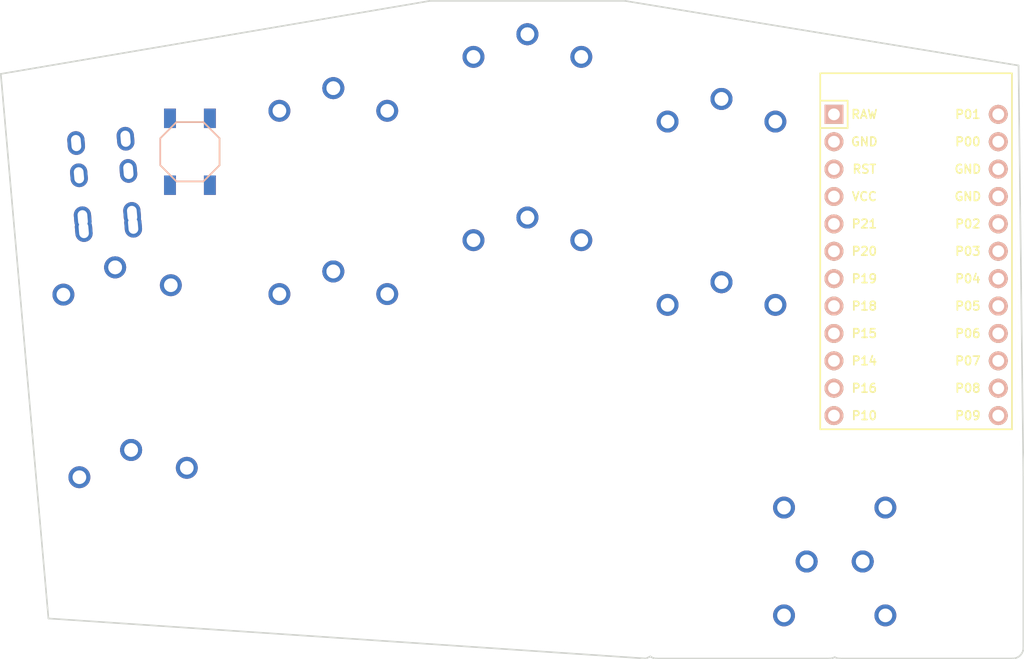
<source format=kicad_pcb>

            
(kicad_pcb (version 20171130) (host pcbnew 5.1.6)

  (page A3)
  (title_block
    (title KEYBOARD_NAME_HERE)
    (rev VERSION_HERE)
    (company YOUR_NAME_HERE)
  )

  (general
    (thickness 1.6)
  )

  (layers
    (0 F.Cu signal)
    (31 B.Cu signal)
    (32 B.Adhes user)
    (33 F.Adhes user)
    (34 B.Paste user)
    (35 F.Paste user)
    (36 B.SilkS user)
    (37 F.SilkS user)
    (38 B.Mask user)
    (39 F.Mask user)
    (40 Dwgs.User user)
    (41 Cmts.User user)
    (42 Eco1.User user)
    (43 Eco2.User user)
    (44 Edge.Cuts user)
    (45 Margin user)
    (46 B.CrtYd user)
    (47 F.CrtYd user)
    (48 B.Fab user)
    (49 F.Fab user)
  )

  (setup
    (last_trace_width 0.25)
    (trace_clearance 0.2)
    (zone_clearance 0.508)
    (zone_45_only no)
    (trace_min 0.2)
    (via_size 0.8)
    (via_drill 0.4)
    (via_min_size 0.4)
    (via_min_drill 0.3)
    (uvia_size 0.3)
    (uvia_drill 0.1)
    (uvias_allowed no)
    (uvia_min_size 0.2)
    (uvia_min_drill 0.1)
    (edge_width 0.05)
    (segment_width 0.2)
    (pcb_text_width 0.3)
    (pcb_text_size 1.5 1.5)
    (mod_edge_width 0.12)
    (mod_text_size 1 1)
    (mod_text_width 0.15)
    (pad_size 1.524 1.524)
    (pad_drill 0.762)
    (pad_to_mask_clearance 0.05)
    (aux_axis_origin 0 0)
    (visible_elements FFFFFF7F)
    (pcbplotparams
      (layerselection 0x010fc_ffffffff)
      (usegerberextensions false)
      (usegerberattributes true)
      (usegerberadvancedattributes true)
      (creategerberjobfile true)
      (excludeedgelayer true)
      (linewidth 0.100000)
      (plotframeref false)
      (viasonmask false)
      (mode 1)
      (useauxorigin false)
      (hpglpennumber 1)
      (hpglpenspeed 20)
      (hpglpendiameter 15.000000)
      (psnegative false)
      (psa4output false)
      (plotreference true)
      (plotvalue true)
      (plotinvisibletext false)
      (padsonsilk false)
      (subtractmaskfromsilk false)
      (outputformat 1)
      (mirror false)
      (drillshape 1)
      (scaleselection 1)
      (outputdirectory ""))
  )

            (net 0 "")
(net 1 "P1")
(net 2 "GND")
(net 3 "P2")
(net 4 "P3")
(net 5 "P4")
(net 6 "P5")
(net 7 "P6")
(net 8 "P7")
(net 9 "P8")
(net 10 "P10")
(net 11 "P9")
(net 12 "RAW")
(net 13 "RST")
(net 14 "VCC")
(net 15 "P21")
(net 16 "P20")
(net 17 "P19")
(net 18 "P18")
(net 19 "P15")
(net 20 "P14")
(net 21 "P16")
(net 22 "P0")
            
  (net_class Default "This is the default net class."
    (clearance 0.2)
    (trace_width 0.25)
    (via_dia 0.8)
    (via_drill 0.4)
    (uvia_dia 0.3)
    (uvia_drill 0.1)
    (add_net "")
(add_net "P1")
(add_net "GND")
(add_net "P2")
(add_net "P3")
(add_net "P4")
(add_net "P5")
(add_net "P6")
(add_net "P7")
(add_net "P8")
(add_net "P10")
(add_net "P9")
(add_net "RAW")
(add_net "RST")
(add_net "VCC")
(add_net "P21")
(add_net "P20")
(add_net "P19")
(add_net "P18")
(add_net "P15")
(add_net "P14")
(add_net "P16")
(add_net "P0")
  )

            
        
      (module PG1350 (layer F.Cu) (tedit 5DD50112)
      (at 17.9315046 -1.5688034 5)

      
      (fp_text reference "S1" (at 0 0) (layer F.SilkS) hide (effects (font (size 1.27 1.27) (thickness 0.15))))
      (fp_text value "" (at 0 0) (layer F.SilkS) hide (effects (font (size 1.27 1.27) (thickness 0.15))))

      
      (fp_line (start -7 -6) (end -7 -7) (layer Dwgs.User) (width 0.15))
      (fp_line (start -7 7) (end -6 7) (layer Dwgs.User) (width 0.15))
      (fp_line (start -6 -7) (end -7 -7) (layer Dwgs.User) (width 0.15))
      (fp_line (start -7 7) (end -7 6) (layer Dwgs.User) (width 0.15))
      (fp_line (start 7 6) (end 7 7) (layer Dwgs.User) (width 0.15))
      (fp_line (start 7 -7) (end 6 -7) (layer Dwgs.User) (width 0.15))
      (fp_line (start 6 7) (end 7 7) (layer Dwgs.User) (width 0.15))
      (fp_line (start 7 -7) (end 7 -6) (layer Dwgs.User) (width 0.15))      
      
      
      (pad "" np_thru_hole circle (at 0 0) (size 3.429 3.429) (drill 3.429) (layers *.Cu *.Mask))
        
      
      (pad "" np_thru_hole circle (at 5.5 0) (size 1.7018 1.7018) (drill 1.7018) (layers *.Cu *.Mask))
      (pad "" np_thru_hole circle (at -5.5 0) (size 1.7018 1.7018) (drill 1.7018) (layers *.Cu *.Mask))
      
        
      
      (fp_line (start -9 -8.5) (end 9 -8.5) (layer Dwgs.User) (width 0.15))
      (fp_line (start 9 -8.5) (end 9 8.5) (layer Dwgs.User) (width 0.15))
      (fp_line (start 9 8.5) (end -9 8.5) (layer Dwgs.User) (width 0.15))
      (fp_line (start -9 8.5) (end -9 -8.5) (layer Dwgs.User) (width 0.15))
      
        
            
            (pad 1 thru_hole circle (at 5 -3.8) (size 2.032 2.032) (drill 1.27) (layers *.Cu *.Mask) (net 1 "P1"))
            (pad 2 thru_hole circle (at 0 -5.9) (size 2.032 2.032) (drill 1.27) (layers *.Cu *.Mask) (net 2 "GND"))
          
        
            
            (pad 1 thru_hole circle (at -5 -3.8) (size 2.032 2.032) (drill 1.27) (layers *.Cu *.Mask) (net 1 "P1"))
            (pad 2 thru_hole circle (at -0 -5.9) (size 2.032 2.032) (drill 1.27) (layers *.Cu *.Mask) (net 2 "GND"))
          )
        

        
      (module PG1350 (layer F.Cu) (tedit 5DD50112)
      (at 16.4498569 -18.5041132 5)

      
      (fp_text reference "S2" (at 0 0) (layer F.SilkS) hide (effects (font (size 1.27 1.27) (thickness 0.15))))
      (fp_text value "" (at 0 0) (layer F.SilkS) hide (effects (font (size 1.27 1.27) (thickness 0.15))))

      
      (fp_line (start -7 -6) (end -7 -7) (layer Dwgs.User) (width 0.15))
      (fp_line (start -7 7) (end -6 7) (layer Dwgs.User) (width 0.15))
      (fp_line (start -6 -7) (end -7 -7) (layer Dwgs.User) (width 0.15))
      (fp_line (start -7 7) (end -7 6) (layer Dwgs.User) (width 0.15))
      (fp_line (start 7 6) (end 7 7) (layer Dwgs.User) (width 0.15))
      (fp_line (start 7 -7) (end 6 -7) (layer Dwgs.User) (width 0.15))
      (fp_line (start 6 7) (end 7 7) (layer Dwgs.User) (width 0.15))
      (fp_line (start 7 -7) (end 7 -6) (layer Dwgs.User) (width 0.15))      
      
      
      (pad "" np_thru_hole circle (at 0 0) (size 3.429 3.429) (drill 3.429) (layers *.Cu *.Mask))
        
      
      (pad "" np_thru_hole circle (at 5.5 0) (size 1.7018 1.7018) (drill 1.7018) (layers *.Cu *.Mask))
      (pad "" np_thru_hole circle (at -5.5 0) (size 1.7018 1.7018) (drill 1.7018) (layers *.Cu *.Mask))
      
        
      
      (fp_line (start -9 -8.5) (end 9 -8.5) (layer Dwgs.User) (width 0.15))
      (fp_line (start 9 -8.5) (end 9 8.5) (layer Dwgs.User) (width 0.15))
      (fp_line (start 9 8.5) (end -9 8.5) (layer Dwgs.User) (width 0.15))
      (fp_line (start -9 8.5) (end -9 -8.5) (layer Dwgs.User) (width 0.15))
      
        
            
            (pad 1 thru_hole circle (at 5 -3.8) (size 2.032 2.032) (drill 1.27) (layers *.Cu *.Mask) (net 3 "P2"))
            (pad 2 thru_hole circle (at 0 -5.9) (size 2.032 2.032) (drill 1.27) (layers *.Cu *.Mask) (net 2 "GND"))
          
        
            
            (pad 1 thru_hole circle (at -5 -3.8) (size 2.032 2.032) (drill 1.27) (layers *.Cu *.Mask) (net 3 "P2"))
            (pad 2 thru_hole circle (at -0 -5.9) (size 2.032 2.032) (drill 1.27) (layers *.Cu *.Mask) (net 2 "GND"))
          )
        

        
      (module PG1350 (layer F.Cu) (tedit 5DD50112)
      (at 36.1701399 -18.1031537 0)

      
      (fp_text reference "S3" (at 0 0) (layer F.SilkS) hide (effects (font (size 1.27 1.27) (thickness 0.15))))
      (fp_text value "" (at 0 0) (layer F.SilkS) hide (effects (font (size 1.27 1.27) (thickness 0.15))))

      
      (fp_line (start -7 -6) (end -7 -7) (layer Dwgs.User) (width 0.15))
      (fp_line (start -7 7) (end -6 7) (layer Dwgs.User) (width 0.15))
      (fp_line (start -6 -7) (end -7 -7) (layer Dwgs.User) (width 0.15))
      (fp_line (start -7 7) (end -7 6) (layer Dwgs.User) (width 0.15))
      (fp_line (start 7 6) (end 7 7) (layer Dwgs.User) (width 0.15))
      (fp_line (start 7 -7) (end 6 -7) (layer Dwgs.User) (width 0.15))
      (fp_line (start 6 7) (end 7 7) (layer Dwgs.User) (width 0.15))
      (fp_line (start 7 -7) (end 7 -6) (layer Dwgs.User) (width 0.15))      
      
      
      (pad "" np_thru_hole circle (at 0 0) (size 3.429 3.429) (drill 3.429) (layers *.Cu *.Mask))
        
      
      (pad "" np_thru_hole circle (at 5.5 0) (size 1.7018 1.7018) (drill 1.7018) (layers *.Cu *.Mask))
      (pad "" np_thru_hole circle (at -5.5 0) (size 1.7018 1.7018) (drill 1.7018) (layers *.Cu *.Mask))
      
        
      
      (fp_line (start -9 -8.5) (end 9 -8.5) (layer Dwgs.User) (width 0.15))
      (fp_line (start 9 -8.5) (end 9 8.5) (layer Dwgs.User) (width 0.15))
      (fp_line (start 9 8.5) (end -9 8.5) (layer Dwgs.User) (width 0.15))
      (fp_line (start -9 8.5) (end -9 -8.5) (layer Dwgs.User) (width 0.15))
      
        
            
            (pad 1 thru_hole circle (at 5 -3.8) (size 2.032 2.032) (drill 1.27) (layers *.Cu *.Mask) (net 4 "P3"))
            (pad 2 thru_hole circle (at 0 -5.9) (size 2.032 2.032) (drill 1.27) (layers *.Cu *.Mask) (net 2 "GND"))
          
        
            
            (pad 1 thru_hole circle (at -5 -3.8) (size 2.032 2.032) (drill 1.27) (layers *.Cu *.Mask) (net 4 "P3"))
            (pad 2 thru_hole circle (at -0 -5.9) (size 2.032 2.032) (drill 1.27) (layers *.Cu *.Mask) (net 2 "GND"))
          )
        

        
      (module PG1350 (layer F.Cu) (tedit 5DD50112)
      (at 36.17014 -35.1031538 0)

      
      (fp_text reference "S4" (at 0 0) (layer F.SilkS) hide (effects (font (size 1.27 1.27) (thickness 0.15))))
      (fp_text value "" (at 0 0) (layer F.SilkS) hide (effects (font (size 1.27 1.27) (thickness 0.15))))

      
      (fp_line (start -7 -6) (end -7 -7) (layer Dwgs.User) (width 0.15))
      (fp_line (start -7 7) (end -6 7) (layer Dwgs.User) (width 0.15))
      (fp_line (start -6 -7) (end -7 -7) (layer Dwgs.User) (width 0.15))
      (fp_line (start -7 7) (end -7 6) (layer Dwgs.User) (width 0.15))
      (fp_line (start 7 6) (end 7 7) (layer Dwgs.User) (width 0.15))
      (fp_line (start 7 -7) (end 6 -7) (layer Dwgs.User) (width 0.15))
      (fp_line (start 6 7) (end 7 7) (layer Dwgs.User) (width 0.15))
      (fp_line (start 7 -7) (end 7 -6) (layer Dwgs.User) (width 0.15))      
      
      
      (pad "" np_thru_hole circle (at 0 0) (size 3.429 3.429) (drill 3.429) (layers *.Cu *.Mask))
        
      
      (pad "" np_thru_hole circle (at 5.5 0) (size 1.7018 1.7018) (drill 1.7018) (layers *.Cu *.Mask))
      (pad "" np_thru_hole circle (at -5.5 0) (size 1.7018 1.7018) (drill 1.7018) (layers *.Cu *.Mask))
      
        
      
      (fp_line (start -9 -8.5) (end 9 -8.5) (layer Dwgs.User) (width 0.15))
      (fp_line (start 9 -8.5) (end 9 8.5) (layer Dwgs.User) (width 0.15))
      (fp_line (start 9 8.5) (end -9 8.5) (layer Dwgs.User) (width 0.15))
      (fp_line (start -9 8.5) (end -9 -8.5) (layer Dwgs.User) (width 0.15))
      
        
            
            (pad 1 thru_hole circle (at 5 -3.8) (size 2.032 2.032) (drill 1.27) (layers *.Cu *.Mask) (net 5 "P4"))
            (pad 2 thru_hole circle (at 0 -5.9) (size 2.032 2.032) (drill 1.27) (layers *.Cu *.Mask) (net 2 "GND"))
          
        
            
            (pad 1 thru_hole circle (at -5 -3.8) (size 2.032 2.032) (drill 1.27) (layers *.Cu *.Mask) (net 5 "P4"))
            (pad 2 thru_hole circle (at -0 -5.9) (size 2.032 2.032) (drill 1.27) (layers *.Cu *.Mask) (net 2 "GND"))
          )
        

        
      (module PG1350 (layer F.Cu) (tedit 5DD50112)
      (at 54.17014 -23.1031538 0)

      
      (fp_text reference "S5" (at 0 0) (layer F.SilkS) hide (effects (font (size 1.27 1.27) (thickness 0.15))))
      (fp_text value "" (at 0 0) (layer F.SilkS) hide (effects (font (size 1.27 1.27) (thickness 0.15))))

      
      (fp_line (start -7 -6) (end -7 -7) (layer Dwgs.User) (width 0.15))
      (fp_line (start -7 7) (end -6 7) (layer Dwgs.User) (width 0.15))
      (fp_line (start -6 -7) (end -7 -7) (layer Dwgs.User) (width 0.15))
      (fp_line (start -7 7) (end -7 6) (layer Dwgs.User) (width 0.15))
      (fp_line (start 7 6) (end 7 7) (layer Dwgs.User) (width 0.15))
      (fp_line (start 7 -7) (end 6 -7) (layer Dwgs.User) (width 0.15))
      (fp_line (start 6 7) (end 7 7) (layer Dwgs.User) (width 0.15))
      (fp_line (start 7 -7) (end 7 -6) (layer Dwgs.User) (width 0.15))      
      
      
      (pad "" np_thru_hole circle (at 0 0) (size 3.429 3.429) (drill 3.429) (layers *.Cu *.Mask))
        
      
      (pad "" np_thru_hole circle (at 5.5 0) (size 1.7018 1.7018) (drill 1.7018) (layers *.Cu *.Mask))
      (pad "" np_thru_hole circle (at -5.5 0) (size 1.7018 1.7018) (drill 1.7018) (layers *.Cu *.Mask))
      
        
      
      (fp_line (start -9 -8.5) (end 9 -8.5) (layer Dwgs.User) (width 0.15))
      (fp_line (start 9 -8.5) (end 9 8.5) (layer Dwgs.User) (width 0.15))
      (fp_line (start 9 8.5) (end -9 8.5) (layer Dwgs.User) (width 0.15))
      (fp_line (start -9 8.5) (end -9 -8.5) (layer Dwgs.User) (width 0.15))
      
        
            
            (pad 1 thru_hole circle (at 5 -3.8) (size 2.032 2.032) (drill 1.27) (layers *.Cu *.Mask) (net 6 "P5"))
            (pad 2 thru_hole circle (at 0 -5.9) (size 2.032 2.032) (drill 1.27) (layers *.Cu *.Mask) (net 2 "GND"))
          
        
            
            (pad 1 thru_hole circle (at -5 -3.8) (size 2.032 2.032) (drill 1.27) (layers *.Cu *.Mask) (net 6 "P5"))
            (pad 2 thru_hole circle (at -0 -5.9) (size 2.032 2.032) (drill 1.27) (layers *.Cu *.Mask) (net 2 "GND"))
          )
        

        
      (module PG1350 (layer F.Cu) (tedit 5DD50112)
      (at 54.17014 -40.1031537 0)

      
      (fp_text reference "S6" (at 0 0) (layer F.SilkS) hide (effects (font (size 1.27 1.27) (thickness 0.15))))
      (fp_text value "" (at 0 0) (layer F.SilkS) hide (effects (font (size 1.27 1.27) (thickness 0.15))))

      
      (fp_line (start -7 -6) (end -7 -7) (layer Dwgs.User) (width 0.15))
      (fp_line (start -7 7) (end -6 7) (layer Dwgs.User) (width 0.15))
      (fp_line (start -6 -7) (end -7 -7) (layer Dwgs.User) (width 0.15))
      (fp_line (start -7 7) (end -7 6) (layer Dwgs.User) (width 0.15))
      (fp_line (start 7 6) (end 7 7) (layer Dwgs.User) (width 0.15))
      (fp_line (start 7 -7) (end 6 -7) (layer Dwgs.User) (width 0.15))
      (fp_line (start 6 7) (end 7 7) (layer Dwgs.User) (width 0.15))
      (fp_line (start 7 -7) (end 7 -6) (layer Dwgs.User) (width 0.15))      
      
      
      (pad "" np_thru_hole circle (at 0 0) (size 3.429 3.429) (drill 3.429) (layers *.Cu *.Mask))
        
      
      (pad "" np_thru_hole circle (at 5.5 0) (size 1.7018 1.7018) (drill 1.7018) (layers *.Cu *.Mask))
      (pad "" np_thru_hole circle (at -5.5 0) (size 1.7018 1.7018) (drill 1.7018) (layers *.Cu *.Mask))
      
        
      
      (fp_line (start -9 -8.5) (end 9 -8.5) (layer Dwgs.User) (width 0.15))
      (fp_line (start 9 -8.5) (end 9 8.5) (layer Dwgs.User) (width 0.15))
      (fp_line (start 9 8.5) (end -9 8.5) (layer Dwgs.User) (width 0.15))
      (fp_line (start -9 8.5) (end -9 -8.5) (layer Dwgs.User) (width 0.15))
      
        
            
            (pad 1 thru_hole circle (at 5 -3.8) (size 2.032 2.032) (drill 1.27) (layers *.Cu *.Mask) (net 7 "P6"))
            (pad 2 thru_hole circle (at 0 -5.9) (size 2.032 2.032) (drill 1.27) (layers *.Cu *.Mask) (net 2 "GND"))
          
        
            
            (pad 1 thru_hole circle (at -5 -3.8) (size 2.032 2.032) (drill 1.27) (layers *.Cu *.Mask) (net 7 "P6"))
            (pad 2 thru_hole circle (at -0 -5.9) (size 2.032 2.032) (drill 1.27) (layers *.Cu *.Mask) (net 2 "GND"))
          )
        

        
      (module PG1350 (layer F.Cu) (tedit 5DD50112)
      (at 72.17014 -17.1031537 0)

      
      (fp_text reference "S7" (at 0 0) (layer F.SilkS) hide (effects (font (size 1.27 1.27) (thickness 0.15))))
      (fp_text value "" (at 0 0) (layer F.SilkS) hide (effects (font (size 1.27 1.27) (thickness 0.15))))

      
      (fp_line (start -7 -6) (end -7 -7) (layer Dwgs.User) (width 0.15))
      (fp_line (start -7 7) (end -6 7) (layer Dwgs.User) (width 0.15))
      (fp_line (start -6 -7) (end -7 -7) (layer Dwgs.User) (width 0.15))
      (fp_line (start -7 7) (end -7 6) (layer Dwgs.User) (width 0.15))
      (fp_line (start 7 6) (end 7 7) (layer Dwgs.User) (width 0.15))
      (fp_line (start 7 -7) (end 6 -7) (layer Dwgs.User) (width 0.15))
      (fp_line (start 6 7) (end 7 7) (layer Dwgs.User) (width 0.15))
      (fp_line (start 7 -7) (end 7 -6) (layer Dwgs.User) (width 0.15))      
      
      
      (pad "" np_thru_hole circle (at 0 0) (size 3.429 3.429) (drill 3.429) (layers *.Cu *.Mask))
        
      
      (pad "" np_thru_hole circle (at 5.5 0) (size 1.7018 1.7018) (drill 1.7018) (layers *.Cu *.Mask))
      (pad "" np_thru_hole circle (at -5.5 0) (size 1.7018 1.7018) (drill 1.7018) (layers *.Cu *.Mask))
      
        
      
      (fp_line (start -9 -8.5) (end 9 -8.5) (layer Dwgs.User) (width 0.15))
      (fp_line (start 9 -8.5) (end 9 8.5) (layer Dwgs.User) (width 0.15))
      (fp_line (start 9 8.5) (end -9 8.5) (layer Dwgs.User) (width 0.15))
      (fp_line (start -9 8.5) (end -9 -8.5) (layer Dwgs.User) (width 0.15))
      
        
            
            (pad 1 thru_hole circle (at 5 -3.8) (size 2.032 2.032) (drill 1.27) (layers *.Cu *.Mask) (net 8 "P7"))
            (pad 2 thru_hole circle (at 0 -5.9) (size 2.032 2.032) (drill 1.27) (layers *.Cu *.Mask) (net 2 "GND"))
          
        
            
            (pad 1 thru_hole circle (at -5 -3.8) (size 2.032 2.032) (drill 1.27) (layers *.Cu *.Mask) (net 8 "P7"))
            (pad 2 thru_hole circle (at -0 -5.9) (size 2.032 2.032) (drill 1.27) (layers *.Cu *.Mask) (net 2 "GND"))
          )
        

        
      (module PG1350 (layer F.Cu) (tedit 5DD50112)
      (at 72.17014 -34.1031537 0)

      
      (fp_text reference "S8" (at 0 0) (layer F.SilkS) hide (effects (font (size 1.27 1.27) (thickness 0.15))))
      (fp_text value "" (at 0 0) (layer F.SilkS) hide (effects (font (size 1.27 1.27) (thickness 0.15))))

      
      (fp_line (start -7 -6) (end -7 -7) (layer Dwgs.User) (width 0.15))
      (fp_line (start -7 7) (end -6 7) (layer Dwgs.User) (width 0.15))
      (fp_line (start -6 -7) (end -7 -7) (layer Dwgs.User) (width 0.15))
      (fp_line (start -7 7) (end -7 6) (layer Dwgs.User) (width 0.15))
      (fp_line (start 7 6) (end 7 7) (layer Dwgs.User) (width 0.15))
      (fp_line (start 7 -7) (end 6 -7) (layer Dwgs.User) (width 0.15))
      (fp_line (start 6 7) (end 7 7) (layer Dwgs.User) (width 0.15))
      (fp_line (start 7 -7) (end 7 -6) (layer Dwgs.User) (width 0.15))      
      
      
      (pad "" np_thru_hole circle (at 0 0) (size 3.429 3.429) (drill 3.429) (layers *.Cu *.Mask))
        
      
      (pad "" np_thru_hole circle (at 5.5 0) (size 1.7018 1.7018) (drill 1.7018) (layers *.Cu *.Mask))
      (pad "" np_thru_hole circle (at -5.5 0) (size 1.7018 1.7018) (drill 1.7018) (layers *.Cu *.Mask))
      
        
      
      (fp_line (start -9 -8.5) (end 9 -8.5) (layer Dwgs.User) (width 0.15))
      (fp_line (start 9 -8.5) (end 9 8.5) (layer Dwgs.User) (width 0.15))
      (fp_line (start 9 8.5) (end -9 8.5) (layer Dwgs.User) (width 0.15))
      (fp_line (start -9 8.5) (end -9 -8.5) (layer Dwgs.User) (width 0.15))
      
        
            
            (pad 1 thru_hole circle (at 5 -3.8) (size 2.032 2.032) (drill 1.27) (layers *.Cu *.Mask) (net 9 "P8"))
            (pad 2 thru_hole circle (at 0 -5.9) (size 2.032 2.032) (drill 1.27) (layers *.Cu *.Mask) (net 2 "GND"))
          
        
            
            (pad 1 thru_hole circle (at -5 -3.8) (size 2.032 2.032) (drill 1.27) (layers *.Cu *.Mask) (net 9 "P8"))
            (pad 2 thru_hole circle (at -0 -5.9) (size 2.032 2.032) (drill 1.27) (layers *.Cu *.Mask) (net 2 "GND"))
          )
        

        
      (module PG1350 (layer F.Cu) (tedit 5DD50112)
      (at 74.17014 2.8968463 -90)

      
      (fp_text reference "S9" (at 0 0) (layer F.SilkS) hide (effects (font (size 1.27 1.27) (thickness 0.15))))
      (fp_text value "" (at 0 0) (layer F.SilkS) hide (effects (font (size 1.27 1.27) (thickness 0.15))))

      
      (fp_line (start -7 -6) (end -7 -7) (layer Dwgs.User) (width 0.15))
      (fp_line (start -7 7) (end -6 7) (layer Dwgs.User) (width 0.15))
      (fp_line (start -6 -7) (end -7 -7) (layer Dwgs.User) (width 0.15))
      (fp_line (start -7 7) (end -7 6) (layer Dwgs.User) (width 0.15))
      (fp_line (start 7 6) (end 7 7) (layer Dwgs.User) (width 0.15))
      (fp_line (start 7 -7) (end 6 -7) (layer Dwgs.User) (width 0.15))
      (fp_line (start 6 7) (end 7 7) (layer Dwgs.User) (width 0.15))
      (fp_line (start 7 -7) (end 7 -6) (layer Dwgs.User) (width 0.15))      
      
      
      (pad "" np_thru_hole circle (at 0 0) (size 3.429 3.429) (drill 3.429) (layers *.Cu *.Mask))
        
      
      (pad "" np_thru_hole circle (at 5.5 0) (size 1.7018 1.7018) (drill 1.7018) (layers *.Cu *.Mask))
      (pad "" np_thru_hole circle (at -5.5 0) (size 1.7018 1.7018) (drill 1.7018) (layers *.Cu *.Mask))
      
        
      
      (fp_line (start -9 -8.5) (end 9 -8.5) (layer Dwgs.User) (width 0.15))
      (fp_line (start 9 -8.5) (end 9 8.5) (layer Dwgs.User) (width 0.15))
      (fp_line (start 9 8.5) (end -9 8.5) (layer Dwgs.User) (width 0.15))
      (fp_line (start -9 8.5) (end -9 -8.5) (layer Dwgs.User) (width 0.15))
      
        
            
            (pad 1 thru_hole circle (at 5 -3.8) (size 2.032 2.032) (drill 1.27) (layers *.Cu *.Mask) (net 10 "P10"))
            (pad 2 thru_hole circle (at 0 -5.9) (size 2.032 2.032) (drill 1.27) (layers *.Cu *.Mask) (net 2 "GND"))
          
        
            
            (pad 1 thru_hole circle (at -5 -3.8) (size 2.032 2.032) (drill 1.27) (layers *.Cu *.Mask) (net 10 "P10"))
            (pad 2 thru_hole circle (at -0 -5.9) (size 2.032 2.032) (drill 1.27) (layers *.Cu *.Mask) (net 2 "GND"))
          )
        

        
      (module PG1350 (layer F.Cu) (tedit 5DD50112)
      (at 91.17014 2.8968463 90)

      
      (fp_text reference "S10" (at 0 0) (layer F.SilkS) hide (effects (font (size 1.27 1.27) (thickness 0.15))))
      (fp_text value "" (at 0 0) (layer F.SilkS) hide (effects (font (size 1.27 1.27) (thickness 0.15))))

      
      (fp_line (start -7 -6) (end -7 -7) (layer Dwgs.User) (width 0.15))
      (fp_line (start -7 7) (end -6 7) (layer Dwgs.User) (width 0.15))
      (fp_line (start -6 -7) (end -7 -7) (layer Dwgs.User) (width 0.15))
      (fp_line (start -7 7) (end -7 6) (layer Dwgs.User) (width 0.15))
      (fp_line (start 7 6) (end 7 7) (layer Dwgs.User) (width 0.15))
      (fp_line (start 7 -7) (end 6 -7) (layer Dwgs.User) (width 0.15))
      (fp_line (start 6 7) (end 7 7) (layer Dwgs.User) (width 0.15))
      (fp_line (start 7 -7) (end 7 -6) (layer Dwgs.User) (width 0.15))      
      
      
      (pad "" np_thru_hole circle (at 0 0) (size 3.429 3.429) (drill 3.429) (layers *.Cu *.Mask))
        
      
      (pad "" np_thru_hole circle (at 5.5 0) (size 1.7018 1.7018) (drill 1.7018) (layers *.Cu *.Mask))
      (pad "" np_thru_hole circle (at -5.5 0) (size 1.7018 1.7018) (drill 1.7018) (layers *.Cu *.Mask))
      
        
      
      (fp_line (start -9 -8.5) (end 9 -8.5) (layer Dwgs.User) (width 0.15))
      (fp_line (start 9 -8.5) (end 9 8.5) (layer Dwgs.User) (width 0.15))
      (fp_line (start 9 8.5) (end -9 8.5) (layer Dwgs.User) (width 0.15))
      (fp_line (start -9 8.5) (end -9 -8.5) (layer Dwgs.User) (width 0.15))
      
        
            
            (pad 1 thru_hole circle (at 5 -3.8) (size 2.032 2.032) (drill 1.27) (layers *.Cu *.Mask) (net 11 "P9"))
            (pad 2 thru_hole circle (at 0 -5.9) (size 2.032 2.032) (drill 1.27) (layers *.Cu *.Mask) (net 2 "GND"))
          
        
            
            (pad 1 thru_hole circle (at -5 -3.8) (size 2.032 2.032) (drill 1.27) (layers *.Cu *.Mask) (net 11 "P9"))
            (pad 2 thru_hole circle (at -0 -5.9) (size 2.032 2.032) (drill 1.27) (layers *.Cu *.Mask) (net 2 "GND"))
          )
        

        
      (module ProMicro (layer F.Cu) (tedit 5B307E4C)
      (at 90.22014 -24.6031537 -90)

      
      (fp_text reference "MCU1" (at 0 0) (layer F.SilkS) hide (effects (font (size 1.27 1.27) (thickness 0.15))))
      (fp_text value "" (at 0 0) (layer F.SilkS) hide (effects (font (size 1.27 1.27) (thickness 0.15))))
    
      
      (fp_line (start -19.304 -3.81) (end -14.224 -3.81) (layer Dwgs.User) (width 0.15))
      (fp_line (start -19.304 3.81) (end -19.304 -3.81) (layer Dwgs.User) (width 0.15))
      (fp_line (start -14.224 3.81) (end -19.304 3.81) (layer Dwgs.User) (width 0.15))
      (fp_line (start -14.224 -3.81) (end -14.224 3.81) (layer Dwgs.User) (width 0.15))
    
      
      (fp_line (start -17.78 8.89) (end 15.24 8.89) (layer F.SilkS) (width 0.15))
      (fp_line (start 15.24 8.89) (end 15.24 -8.89) (layer F.SilkS) (width 0.15))
      (fp_line (start 15.24 -8.89) (end -17.78 -8.89) (layer F.SilkS) (width 0.15))
      (fp_line (start -17.78 -8.89) (end -17.78 8.89) (layer F.SilkS) (width 0.15))
      
        
        
        (fp_line (start -15.24 6.35) (end -12.7 6.35) (layer F.SilkS) (width 0.15))
        (fp_line (start -15.24 6.35) (end -15.24 8.89) (layer F.SilkS) (width 0.15))
        (fp_line (start -12.7 6.35) (end -12.7 8.89) (layer F.SilkS) (width 0.15))
      
        
        (fp_text user RAW (at -13.97 4.8 0) (layer F.SilkS) (effects (font (size 0.8 0.8) (thickness 0.15))))
        (fp_text user GND (at -11.43 4.8 0) (layer F.SilkS) (effects (font (size 0.8 0.8) (thickness 0.15))))
        (fp_text user RST (at -8.89 4.8 0) (layer F.SilkS) (effects (font (size 0.8 0.8) (thickness 0.15))))
        (fp_text user VCC (at -6.35 4.8 0) (layer F.SilkS) (effects (font (size 0.8 0.8) (thickness 0.15))))
        (fp_text user P21 (at -3.81 4.8 0) (layer F.SilkS) (effects (font (size 0.8 0.8) (thickness 0.15))))
        (fp_text user P20 (at -1.27 4.8 0) (layer F.SilkS) (effects (font (size 0.8 0.8) (thickness 0.15))))
        (fp_text user P19 (at 1.27 4.8 0) (layer F.SilkS) (effects (font (size 0.8 0.8) (thickness 0.15))))
        (fp_text user P18 (at 3.81 4.8 0) (layer F.SilkS) (effects (font (size 0.8 0.8) (thickness 0.15))))
        (fp_text user P15 (at 6.35 4.8 0) (layer F.SilkS) (effects (font (size 0.8 0.8) (thickness 0.15))))
        (fp_text user P14 (at 8.89 4.8 0) (layer F.SilkS) (effects (font (size 0.8 0.8) (thickness 0.15))))
        (fp_text user P16 (at 11.43 4.8 0) (layer F.SilkS) (effects (font (size 0.8 0.8) (thickness 0.15))))
        (fp_text user P10 (at 13.97 4.8 0) (layer F.SilkS) (effects (font (size 0.8 0.8) (thickness 0.15))))
      
        (fp_text user P01 (at -13.97 -4.8 0) (layer F.SilkS) (effects (font (size 0.8 0.8) (thickness 0.15))))
        (fp_text user P00 (at -11.43 -4.8 0) (layer F.SilkS) (effects (font (size 0.8 0.8) (thickness 0.15))))
        (fp_text user GND (at -8.89 -4.8 0) (layer F.SilkS) (effects (font (size 0.8 0.8) (thickness 0.15))))
        (fp_text user GND (at -6.35 -4.8 0) (layer F.SilkS) (effects (font (size 0.8 0.8) (thickness 0.15))))
        (fp_text user P02 (at -3.81 -4.8 0) (layer F.SilkS) (effects (font (size 0.8 0.8) (thickness 0.15))))
        (fp_text user P03 (at -1.27 -4.8 0) (layer F.SilkS) (effects (font (size 0.8 0.8) (thickness 0.15))))
        (fp_text user P04 (at 1.27 -4.8 0) (layer F.SilkS) (effects (font (size 0.8 0.8) (thickness 0.15))))
        (fp_text user P05 (at 3.81 -4.8 0) (layer F.SilkS) (effects (font (size 0.8 0.8) (thickness 0.15))))
        (fp_text user P06 (at 6.35 -4.8 0) (layer F.SilkS) (effects (font (size 0.8 0.8) (thickness 0.15))))
        (fp_text user P07 (at 8.89 -4.8 0) (layer F.SilkS) (effects (font (size 0.8 0.8) (thickness 0.15))))
        (fp_text user P08 (at 11.43 -4.8 0) (layer F.SilkS) (effects (font (size 0.8 0.8) (thickness 0.15))))
        (fp_text user P09 (at 13.97 -4.8 0) (layer F.SilkS) (effects (font (size 0.8 0.8) (thickness 0.15))))
      
        
        (pad 1 thru_hole rect (at -13.97 7.62 -90) (size 1.7526 1.7526) (drill 1.0922) (layers *.Cu *.SilkS *.Mask) (net 12 "RAW"))
        (pad 2 thru_hole circle (at -11.43 7.62 0) (size 1.7526 1.7526) (drill 1.0922) (layers *.Cu *.SilkS *.Mask) (net 2 "GND"))
        (pad 3 thru_hole circle (at -8.89 7.62 0) (size 1.7526 1.7526) (drill 1.0922) (layers *.Cu *.SilkS *.Mask) (net 13 "RST"))
        (pad 4 thru_hole circle (at -6.35 7.62 0) (size 1.7526 1.7526) (drill 1.0922) (layers *.Cu *.SilkS *.Mask) (net 14 "VCC"))
        (pad 5 thru_hole circle (at -3.81 7.62 0) (size 1.7526 1.7526) (drill 1.0922) (layers *.Cu *.SilkS *.Mask) (net 15 "P21"))
        (pad 6 thru_hole circle (at -1.27 7.62 0) (size 1.7526 1.7526) (drill 1.0922) (layers *.Cu *.SilkS *.Mask) (net 16 "P20"))
        (pad 7 thru_hole circle (at 1.27 7.62 0) (size 1.7526 1.7526) (drill 1.0922) (layers *.Cu *.SilkS *.Mask) (net 17 "P19"))
        (pad 8 thru_hole circle (at 3.81 7.62 0) (size 1.7526 1.7526) (drill 1.0922) (layers *.Cu *.SilkS *.Mask) (net 18 "P18"))
        (pad 9 thru_hole circle (at 6.35 7.62 0) (size 1.7526 1.7526) (drill 1.0922) (layers *.Cu *.SilkS *.Mask) (net 19 "P15"))
        (pad 10 thru_hole circle (at 8.89 7.62 0) (size 1.7526 1.7526) (drill 1.0922) (layers *.Cu *.SilkS *.Mask) (net 20 "P14"))
        (pad 11 thru_hole circle (at 11.43 7.62 0) (size 1.7526 1.7526) (drill 1.0922) (layers *.Cu *.SilkS *.Mask) (net 21 "P16"))
        (pad 12 thru_hole circle (at 13.97 7.62 0) (size 1.7526 1.7526) (drill 1.0922) (layers *.Cu *.SilkS *.Mask) (net 10 "P10"))
        
        (pad 13 thru_hole circle (at -13.97 -7.62 0) (size 1.7526 1.7526) (drill 1.0922) (layers *.Cu *.SilkS *.Mask) (net 1 "P1"))
        (pad 14 thru_hole circle (at -11.43 -7.62 0) (size 1.7526 1.7526) (drill 1.0922) (layers *.Cu *.SilkS *.Mask) (net 22 "P0"))
        (pad 15 thru_hole circle (at -8.89 -7.62 0) (size 1.7526 1.7526) (drill 1.0922) (layers *.Cu *.SilkS *.Mask) (net 2 "GND"))
        (pad 16 thru_hole circle (at -6.35 -7.62 0) (size 1.7526 1.7526) (drill 1.0922) (layers *.Cu *.SilkS *.Mask) (net 2 "GND"))
        (pad 17 thru_hole circle (at -3.81 -7.62 0) (size 1.7526 1.7526) (drill 1.0922) (layers *.Cu *.SilkS *.Mask) (net 3 "P2"))
        (pad 18 thru_hole circle (at -1.27 -7.62 0) (size 1.7526 1.7526) (drill 1.0922) (layers *.Cu *.SilkS *.Mask) (net 4 "P3"))
        (pad 19 thru_hole circle (at 1.27 -7.62 0) (size 1.7526 1.7526) (drill 1.0922) (layers *.Cu *.SilkS *.Mask) (net 5 "P4"))
        (pad 20 thru_hole circle (at 3.81 -7.62 0) (size 1.7526 1.7526) (drill 1.0922) (layers *.Cu *.SilkS *.Mask) (net 6 "P5"))
        (pad 21 thru_hole circle (at 6.35 -7.62 0) (size 1.7526 1.7526) (drill 1.0922) (layers *.Cu *.SilkS *.Mask) (net 7 "P6"))
        (pad 22 thru_hole circle (at 8.89 -7.62 0) (size 1.7526 1.7526) (drill 1.0922) (layers *.Cu *.SilkS *.Mask) (net 8 "P7"))
        (pad 23 thru_hole circle (at 11.43 -7.62 0) (size 1.7526 1.7526) (drill 1.0922) (layers *.Cu *.SilkS *.Mask) (net 9 "P8"))
        (pad 24 thru_hole circle (at 13.97 -7.62 0) (size 1.7526 1.7526) (drill 1.0922) (layers *.Cu *.SilkS *.Mask) (net 11 "P9"))
      )
        

        
      (module TRRS-PJ-320A-dual (layer F.Cu) (tedit 5970F8E5)

      (at 16.6206913 -39.4988939 5)   

      
      (fp_text reference REF** (at 0 14.2) (layer Dwgs.User) (effects (font (size 1 1) (thickness 0.15))))
      (fp_text value TRRS-PJ-320A-dual (at 0 -5.6) (layer F.Fab) (effects (font (size 1 1) (thickness 0.15))))

      
      (fp_line (start 0.5 -2) (end -5.1 -2) (layer Dwgs.User) (width 0.15))
      (fp_line (start -5.1 0) (end -5.1 -2) (layer Dwgs.User) (width 0.15))
      (fp_line (start 0.5 0) (end 0.5 -2) (layer Dwgs.User) (width 0.15))
      (fp_line (start -5.35 0) (end -5.35 12.1) (layer Dwgs.User) (width 0.15))
      (fp_line (start 0.75 0) (end 0.75 12.1) (layer Dwgs.User) (width 0.15))
      (fp_line (start 0.75 12.1) (end -5.35 12.1) (layer Dwgs.User) (width 0.15))
      (fp_line (start 0.75 0) (end -5.35 0) (layer Dwgs.User) (width 0.15))

      
      (pad "" np_thru_hole circle (at -2.3 8.6) (size 1.5 1.5) (drill 1.5) (layers *.Cu *.Mask))
      (pad "" np_thru_hole circle (at -2.3 1.6) (size 1.5 1.5) (drill 1.5) (layers *.Cu *.Mask))
      
        
        (pad 1 thru_hole oval (at 0 11.3 5) (size 1.6 2.2) (drill oval 0.9 1.5) (layers *.Cu *.Mask) (net 2 "GND"))
        (pad 2 thru_hole oval (at -4.6 10.2 5) (size 1.6 2.2) (drill oval 0.9 1.5) (layers *.Cu *.Mask) (net 2 "GND"))
        (pad 3 thru_hole oval (at -4.6 6.2 5) (size 1.6 2.2) (drill oval 0.9 1.5) (layers *.Cu *.Mask) (net 9 "P8"))
        (pad 4 thru_hole oval (at -4.6 3.2 5) (size 1.6 2.2) (drill oval 0.9 1.5) (layers *.Cu *.Mask) (net 14 "VCC"))
      
        
        (pad 1 thru_hole oval (at -4.6 11.3 5) (size 1.6 2.2) (drill oval 0.9 1.5) (layers *.Cu *.Mask) (net 2 "GND"))
        (pad 2 thru_hole oval (at 0 10.2 5) (size 1.6 2.2) (drill oval 0.9 1.5) (layers *.Cu *.Mask) (net 2 "GND"))
        (pad 3 thru_hole oval (at 0 6.2 5) (size 1.6 2.2) (drill oval 0.9 1.5) (layers *.Cu *.Mask) (net 9 "P8"))
        (pad 4 thru_hole oval (at 0 3.2 5) (size 1.6 2.2) (drill oval 0.9 1.5) (layers *.Cu *.Mask) (net 14 "VCC"))
      )
      

    
    (module E73:SW_TACT_ALPS_SKQGABE010 (layer F.Cu) (tstamp 5BF2CC94)

        (descr "Low-profile SMD Tactile Switch, https://www.e-switch.com/product-catalog/tact/product-lines/tl3342-series-low-profile-smt-tact-switch")
        (tags "SPST Tactile Switch")

        (at 22.870140000000003 -35.1031538 90)
        
        (fp_text reference "B1" (at 0 0) (layer F.SilkS) hide (effects (font (size 1.27 1.27) (thickness 0.15))))
        (fp_text value "" (at 0 0) (layer F.SilkS) hide (effects (font (size 1.27 1.27) (thickness 0.15))))
        
        
        (fp_line (start 2.75 1.25) (end 1.25 2.75) (layer F.SilkS) (width 0.15))
        (fp_line (start 2.75 -1.25) (end 1.25 -2.75) (layer F.SilkS) (width 0.15))
        (fp_line (start 2.75 -1.25) (end 2.75 1.25) (layer F.SilkS) (width 0.15))
        (fp_line (start -1.25 2.75) (end 1.25 2.75) (layer F.SilkS) (width 0.15))
        (fp_line (start -1.25 -2.75) (end 1.25 -2.75) (layer F.SilkS) (width 0.15))
        (fp_line (start -2.75 1.25) (end -1.25 2.75) (layer F.SilkS) (width 0.15))
        (fp_line (start -2.75 -1.25) (end -1.25 -2.75) (layer F.SilkS) (width 0.15))
        (fp_line (start -2.75 -1.25) (end -2.75 1.25) (layer F.SilkS) (width 0.15))
        
        
        (pad 1 smd rect (at -3.1 -1.85 90) (size 1.8 1.1) (layers F.Cu F.Paste F.Mask) (net 13 "RST"))
        (pad 1 smd rect (at 3.1 -1.85 90) (size 1.8 1.1) (layers F.Cu F.Paste F.Mask) (net 13 "RST"))
        (pad 2 smd rect (at -3.1 1.85 90) (size 1.8 1.1) (layers F.Cu F.Paste F.Mask) (net 2 "GND"))
        (pad 2 smd rect (at 3.1 1.85 90) (size 1.8 1.1) (layers F.Cu F.Paste F.Mask) (net 2 "GND"))
    )
    
    

    
    (module E73:SW_TACT_ALPS_SKQGABE010 (layer F.Cu) (tstamp 5BF2CC94)

        (descr "Low-profile SMD Tactile Switch, https://www.e-switch.com/product-catalog/tact/product-lines/tl3342-series-low-profile-smt-tact-switch")
        (tags "SPST Tactile Switch")

        (at 22.870140000000003 -35.1031538 90)
        
        (fp_text reference "B2" (at 0 0) (layer F.SilkS) hide (effects (font (size 1.27 1.27) (thickness 0.15))))
        (fp_text value "" (at 0 0) (layer F.SilkS) hide (effects (font (size 1.27 1.27) (thickness 0.15))))
        
        
        (fp_line (start 2.75 1.25) (end 1.25 2.75) (layer B.SilkS) (width 0.15))
        (fp_line (start 2.75 -1.25) (end 1.25 -2.75) (layer B.SilkS) (width 0.15))
        (fp_line (start 2.75 -1.25) (end 2.75 1.25) (layer B.SilkS) (width 0.15))
        (fp_line (start -1.25 2.75) (end 1.25 2.75) (layer B.SilkS) (width 0.15))
        (fp_line (start -1.25 -2.75) (end 1.25 -2.75) (layer B.SilkS) (width 0.15))
        (fp_line (start -2.75 1.25) (end -1.25 2.75) (layer B.SilkS) (width 0.15))
        (fp_line (start -2.75 -1.25) (end -1.25 -2.75) (layer B.SilkS) (width 0.15))
        (fp_line (start -2.75 -1.25) (end -2.75 1.25) (layer B.SilkS) (width 0.15))
        
        
        (pad 1 smd rect (at -3.1 -1.85 90) (size 1.8 1.1) (layers B.Cu B.Paste B.Mask) (net 13 "RST"))
        (pad 1 smd rect (at 3.1 -1.85 90) (size 1.8 1.1) (layers B.Cu B.Paste B.Mask) (net 13 "RST"))
        (pad 2 smd rect (at -3.1 1.85 90) (size 1.8 1.1) (layers B.Cu B.Paste B.Mask) (net 2 "GND"))
        (pad 2 smd rect (at 3.1 1.85 90) (size 1.8 1.1) (layers B.Cu B.Paste B.Mask) (net 2 "GND"))
    )
    
    
            (gr_line (start 8.2685064 -8.7539593) (end 9.6629983 7.1851559) (angle 90) (layer Edge.Cuts) (width 0.15))
(gr_line (start 45.17014 -49.1031537) (end 63.17014 -49.1031537) (angle 90) (layer Edge.Cuts) (width 0.15))
(gr_arc (start 66.17014 10.8968463) (end 65.5747812 11.7003063) (angle -36.53821282947962) (layer Edge.Cuts) (width 0.15))
(gr_line (start 66.17014 11.8968463) (end 82.17014 11.8968463) (angle 90) (layer Edge.Cuts) (width 0.15))
(gr_arc (start 82.17014 10.8968463) (end 82.17014 11.8968463) (angle -30.00000010841609) (layer Edge.Cuts) (width 0.15))
(gr_line (start 100.17014 10.8968463) (end 100.17014 -5.1031537) (angle 90) (layer Edge.Cuts) (width 0.15))
(gr_arc (start 99.17014 -5.1031537) (end 100.17014 -5.1031537) (angle -1.3568908757988956) (layer Edge.Cuts) (width 0.15))
(gr_arc (start 83.17014 10.8968463) (end 82.67014 11.7628717) (angle -30.000000108416202) (layer Edge.Cuts) (width 0.15))
(gr_line (start 83.17014 11.8968463) (end 99.17014 11.8968463) (angle 90) (layer Edge.Cuts) (width 0.15))
(gr_arc (start 99.17014 10.8968463) (end 99.17014 11.8968463) (angle -90) (layer Edge.Cuts) (width 0.15))
(gr_line (start 65.17014 11.8968463) (end 9.750154 8.1813506) (angle 90) (layer Edge.Cuts) (width 0.15))
(gr_line (start 9.750154 8.1813506) (end 9.6629983 7.1851559) (angle 90) (layer Edge.Cuts) (width 0.15))
(gr_line (start 8.2685064 -8.7539593) (end 8.1813506 -9.750153899999999) (angle 90) (layer Edge.Cuts) (width 0.15))
(gr_line (start 8.1813506 -9.750153899999999) (end 5.331357800000001 -42.3257206) (angle 90) (layer Edge.Cuts) (width 0.15))
(gr_line (start 5.331357800000001 -42.3257206) (end 45.17014 -49.1031537) (angle 90) (layer Edge.Cuts) (width 0.15))
(gr_line (start 63.17014 -49.1031537) (end 99.72014 -43.1031537) (angle 90) (layer Edge.Cuts) (width 0.15))
(gr_line (start 99.72014 -43.1031537) (end 100.16985960000001 -5.1268337) (angle 90) (layer Edge.Cuts) (width 0.15))
(gr_line (start 65.5747812 11.7003063) (end 65.17014 11.8968463) (angle 90) (layer Edge.Cuts) (width 0.15))
            
)

        
</source>
